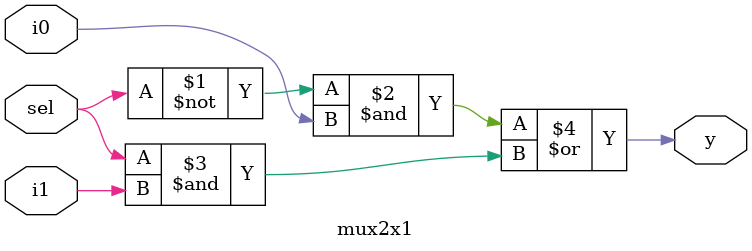
<source format=v>
module mux2x1(i0,i1,sel,y);
input i0,i1,sel;
output y;
assign y=(~sel&i0)|(sel&i1);
endmodule

</source>
